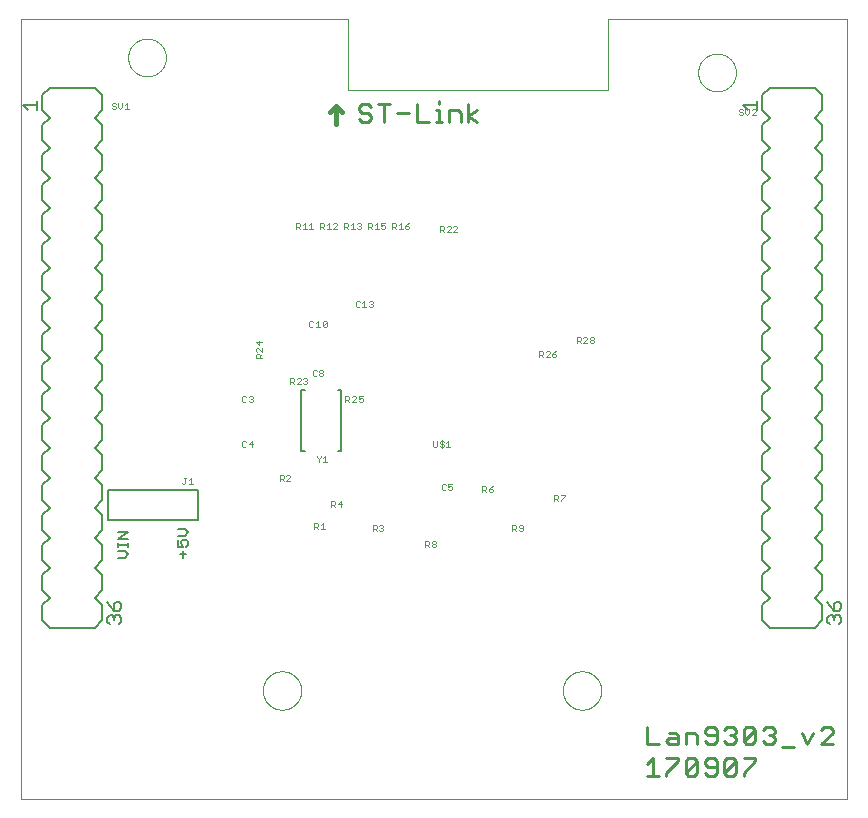
<source format=gto>
G75*
%MOIN*%
%OFA0B0*%
%FSLAX25Y25*%
%IPPOS*%
%LPD*%
%AMOC8*
5,1,8,0,0,1.08239X$1,22.5*
%
%ADD10C,0.00000*%
%ADD11C,0.01100*%
%ADD12C,0.00600*%
%ADD13C,0.01600*%
%ADD14C,0.00400*%
%ADD15C,0.00500*%
%ADD16C,0.00800*%
D10*
X0010074Y0008163D02*
X0010074Y0268006D01*
X0119129Y0268006D01*
X0119129Y0244384D01*
X0205743Y0244384D01*
X0205743Y0268006D01*
X0285665Y0268006D01*
X0285665Y0008163D01*
X0010074Y0008163D01*
X0090802Y0044163D02*
X0090804Y0044323D01*
X0090810Y0044482D01*
X0090820Y0044641D01*
X0090834Y0044800D01*
X0090852Y0044959D01*
X0090873Y0045117D01*
X0090899Y0045274D01*
X0090929Y0045431D01*
X0090962Y0045587D01*
X0091000Y0045742D01*
X0091041Y0045896D01*
X0091086Y0046049D01*
X0091135Y0046201D01*
X0091188Y0046351D01*
X0091244Y0046500D01*
X0091304Y0046648D01*
X0091368Y0046794D01*
X0091436Y0046939D01*
X0091507Y0047082D01*
X0091581Y0047223D01*
X0091659Y0047362D01*
X0091741Y0047499D01*
X0091826Y0047634D01*
X0091914Y0047767D01*
X0092005Y0047898D01*
X0092100Y0048026D01*
X0092198Y0048152D01*
X0092299Y0048276D01*
X0092403Y0048396D01*
X0092510Y0048515D01*
X0092620Y0048630D01*
X0092733Y0048743D01*
X0092848Y0048853D01*
X0092967Y0048960D01*
X0093087Y0049064D01*
X0093211Y0049165D01*
X0093337Y0049263D01*
X0093465Y0049358D01*
X0093596Y0049449D01*
X0093729Y0049537D01*
X0093864Y0049622D01*
X0094001Y0049704D01*
X0094140Y0049782D01*
X0094281Y0049856D01*
X0094424Y0049927D01*
X0094569Y0049995D01*
X0094715Y0050059D01*
X0094863Y0050119D01*
X0095012Y0050175D01*
X0095162Y0050228D01*
X0095314Y0050277D01*
X0095467Y0050322D01*
X0095621Y0050363D01*
X0095776Y0050401D01*
X0095932Y0050434D01*
X0096089Y0050464D01*
X0096246Y0050490D01*
X0096404Y0050511D01*
X0096563Y0050529D01*
X0096722Y0050543D01*
X0096881Y0050553D01*
X0097040Y0050559D01*
X0097200Y0050561D01*
X0097360Y0050559D01*
X0097519Y0050553D01*
X0097678Y0050543D01*
X0097837Y0050529D01*
X0097996Y0050511D01*
X0098154Y0050490D01*
X0098311Y0050464D01*
X0098468Y0050434D01*
X0098624Y0050401D01*
X0098779Y0050363D01*
X0098933Y0050322D01*
X0099086Y0050277D01*
X0099238Y0050228D01*
X0099388Y0050175D01*
X0099537Y0050119D01*
X0099685Y0050059D01*
X0099831Y0049995D01*
X0099976Y0049927D01*
X0100119Y0049856D01*
X0100260Y0049782D01*
X0100399Y0049704D01*
X0100536Y0049622D01*
X0100671Y0049537D01*
X0100804Y0049449D01*
X0100935Y0049358D01*
X0101063Y0049263D01*
X0101189Y0049165D01*
X0101313Y0049064D01*
X0101433Y0048960D01*
X0101552Y0048853D01*
X0101667Y0048743D01*
X0101780Y0048630D01*
X0101890Y0048515D01*
X0101997Y0048396D01*
X0102101Y0048276D01*
X0102202Y0048152D01*
X0102300Y0048026D01*
X0102395Y0047898D01*
X0102486Y0047767D01*
X0102574Y0047634D01*
X0102659Y0047499D01*
X0102741Y0047362D01*
X0102819Y0047223D01*
X0102893Y0047082D01*
X0102964Y0046939D01*
X0103032Y0046794D01*
X0103096Y0046648D01*
X0103156Y0046500D01*
X0103212Y0046351D01*
X0103265Y0046201D01*
X0103314Y0046049D01*
X0103359Y0045896D01*
X0103400Y0045742D01*
X0103438Y0045587D01*
X0103471Y0045431D01*
X0103501Y0045274D01*
X0103527Y0045117D01*
X0103548Y0044959D01*
X0103566Y0044800D01*
X0103580Y0044641D01*
X0103590Y0044482D01*
X0103596Y0044323D01*
X0103598Y0044163D01*
X0103596Y0044003D01*
X0103590Y0043844D01*
X0103580Y0043685D01*
X0103566Y0043526D01*
X0103548Y0043367D01*
X0103527Y0043209D01*
X0103501Y0043052D01*
X0103471Y0042895D01*
X0103438Y0042739D01*
X0103400Y0042584D01*
X0103359Y0042430D01*
X0103314Y0042277D01*
X0103265Y0042125D01*
X0103212Y0041975D01*
X0103156Y0041826D01*
X0103096Y0041678D01*
X0103032Y0041532D01*
X0102964Y0041387D01*
X0102893Y0041244D01*
X0102819Y0041103D01*
X0102741Y0040964D01*
X0102659Y0040827D01*
X0102574Y0040692D01*
X0102486Y0040559D01*
X0102395Y0040428D01*
X0102300Y0040300D01*
X0102202Y0040174D01*
X0102101Y0040050D01*
X0101997Y0039930D01*
X0101890Y0039811D01*
X0101780Y0039696D01*
X0101667Y0039583D01*
X0101552Y0039473D01*
X0101433Y0039366D01*
X0101313Y0039262D01*
X0101189Y0039161D01*
X0101063Y0039063D01*
X0100935Y0038968D01*
X0100804Y0038877D01*
X0100671Y0038789D01*
X0100536Y0038704D01*
X0100399Y0038622D01*
X0100260Y0038544D01*
X0100119Y0038470D01*
X0099976Y0038399D01*
X0099831Y0038331D01*
X0099685Y0038267D01*
X0099537Y0038207D01*
X0099388Y0038151D01*
X0099238Y0038098D01*
X0099086Y0038049D01*
X0098933Y0038004D01*
X0098779Y0037963D01*
X0098624Y0037925D01*
X0098468Y0037892D01*
X0098311Y0037862D01*
X0098154Y0037836D01*
X0097996Y0037815D01*
X0097837Y0037797D01*
X0097678Y0037783D01*
X0097519Y0037773D01*
X0097360Y0037767D01*
X0097200Y0037765D01*
X0097040Y0037767D01*
X0096881Y0037773D01*
X0096722Y0037783D01*
X0096563Y0037797D01*
X0096404Y0037815D01*
X0096246Y0037836D01*
X0096089Y0037862D01*
X0095932Y0037892D01*
X0095776Y0037925D01*
X0095621Y0037963D01*
X0095467Y0038004D01*
X0095314Y0038049D01*
X0095162Y0038098D01*
X0095012Y0038151D01*
X0094863Y0038207D01*
X0094715Y0038267D01*
X0094569Y0038331D01*
X0094424Y0038399D01*
X0094281Y0038470D01*
X0094140Y0038544D01*
X0094001Y0038622D01*
X0093864Y0038704D01*
X0093729Y0038789D01*
X0093596Y0038877D01*
X0093465Y0038968D01*
X0093337Y0039063D01*
X0093211Y0039161D01*
X0093087Y0039262D01*
X0092967Y0039366D01*
X0092848Y0039473D01*
X0092733Y0039583D01*
X0092620Y0039696D01*
X0092510Y0039811D01*
X0092403Y0039930D01*
X0092299Y0040050D01*
X0092198Y0040174D01*
X0092100Y0040300D01*
X0092005Y0040428D01*
X0091914Y0040559D01*
X0091826Y0040692D01*
X0091741Y0040827D01*
X0091659Y0040964D01*
X0091581Y0041103D01*
X0091507Y0041244D01*
X0091436Y0041387D01*
X0091368Y0041532D01*
X0091304Y0041678D01*
X0091244Y0041826D01*
X0091188Y0041975D01*
X0091135Y0042125D01*
X0091086Y0042277D01*
X0091041Y0042430D01*
X0091000Y0042584D01*
X0090962Y0042739D01*
X0090929Y0042895D01*
X0090899Y0043052D01*
X0090873Y0043209D01*
X0090852Y0043367D01*
X0090834Y0043526D01*
X0090820Y0043685D01*
X0090810Y0043844D01*
X0090804Y0044003D01*
X0090802Y0044163D01*
X0190802Y0044163D02*
X0190804Y0044323D01*
X0190810Y0044482D01*
X0190820Y0044641D01*
X0190834Y0044800D01*
X0190852Y0044959D01*
X0190873Y0045117D01*
X0190899Y0045274D01*
X0190929Y0045431D01*
X0190962Y0045587D01*
X0191000Y0045742D01*
X0191041Y0045896D01*
X0191086Y0046049D01*
X0191135Y0046201D01*
X0191188Y0046351D01*
X0191244Y0046500D01*
X0191304Y0046648D01*
X0191368Y0046794D01*
X0191436Y0046939D01*
X0191507Y0047082D01*
X0191581Y0047223D01*
X0191659Y0047362D01*
X0191741Y0047499D01*
X0191826Y0047634D01*
X0191914Y0047767D01*
X0192005Y0047898D01*
X0192100Y0048026D01*
X0192198Y0048152D01*
X0192299Y0048276D01*
X0192403Y0048396D01*
X0192510Y0048515D01*
X0192620Y0048630D01*
X0192733Y0048743D01*
X0192848Y0048853D01*
X0192967Y0048960D01*
X0193087Y0049064D01*
X0193211Y0049165D01*
X0193337Y0049263D01*
X0193465Y0049358D01*
X0193596Y0049449D01*
X0193729Y0049537D01*
X0193864Y0049622D01*
X0194001Y0049704D01*
X0194140Y0049782D01*
X0194281Y0049856D01*
X0194424Y0049927D01*
X0194569Y0049995D01*
X0194715Y0050059D01*
X0194863Y0050119D01*
X0195012Y0050175D01*
X0195162Y0050228D01*
X0195314Y0050277D01*
X0195467Y0050322D01*
X0195621Y0050363D01*
X0195776Y0050401D01*
X0195932Y0050434D01*
X0196089Y0050464D01*
X0196246Y0050490D01*
X0196404Y0050511D01*
X0196563Y0050529D01*
X0196722Y0050543D01*
X0196881Y0050553D01*
X0197040Y0050559D01*
X0197200Y0050561D01*
X0197360Y0050559D01*
X0197519Y0050553D01*
X0197678Y0050543D01*
X0197837Y0050529D01*
X0197996Y0050511D01*
X0198154Y0050490D01*
X0198311Y0050464D01*
X0198468Y0050434D01*
X0198624Y0050401D01*
X0198779Y0050363D01*
X0198933Y0050322D01*
X0199086Y0050277D01*
X0199238Y0050228D01*
X0199388Y0050175D01*
X0199537Y0050119D01*
X0199685Y0050059D01*
X0199831Y0049995D01*
X0199976Y0049927D01*
X0200119Y0049856D01*
X0200260Y0049782D01*
X0200399Y0049704D01*
X0200536Y0049622D01*
X0200671Y0049537D01*
X0200804Y0049449D01*
X0200935Y0049358D01*
X0201063Y0049263D01*
X0201189Y0049165D01*
X0201313Y0049064D01*
X0201433Y0048960D01*
X0201552Y0048853D01*
X0201667Y0048743D01*
X0201780Y0048630D01*
X0201890Y0048515D01*
X0201997Y0048396D01*
X0202101Y0048276D01*
X0202202Y0048152D01*
X0202300Y0048026D01*
X0202395Y0047898D01*
X0202486Y0047767D01*
X0202574Y0047634D01*
X0202659Y0047499D01*
X0202741Y0047362D01*
X0202819Y0047223D01*
X0202893Y0047082D01*
X0202964Y0046939D01*
X0203032Y0046794D01*
X0203096Y0046648D01*
X0203156Y0046500D01*
X0203212Y0046351D01*
X0203265Y0046201D01*
X0203314Y0046049D01*
X0203359Y0045896D01*
X0203400Y0045742D01*
X0203438Y0045587D01*
X0203471Y0045431D01*
X0203501Y0045274D01*
X0203527Y0045117D01*
X0203548Y0044959D01*
X0203566Y0044800D01*
X0203580Y0044641D01*
X0203590Y0044482D01*
X0203596Y0044323D01*
X0203598Y0044163D01*
X0203596Y0044003D01*
X0203590Y0043844D01*
X0203580Y0043685D01*
X0203566Y0043526D01*
X0203548Y0043367D01*
X0203527Y0043209D01*
X0203501Y0043052D01*
X0203471Y0042895D01*
X0203438Y0042739D01*
X0203400Y0042584D01*
X0203359Y0042430D01*
X0203314Y0042277D01*
X0203265Y0042125D01*
X0203212Y0041975D01*
X0203156Y0041826D01*
X0203096Y0041678D01*
X0203032Y0041532D01*
X0202964Y0041387D01*
X0202893Y0041244D01*
X0202819Y0041103D01*
X0202741Y0040964D01*
X0202659Y0040827D01*
X0202574Y0040692D01*
X0202486Y0040559D01*
X0202395Y0040428D01*
X0202300Y0040300D01*
X0202202Y0040174D01*
X0202101Y0040050D01*
X0201997Y0039930D01*
X0201890Y0039811D01*
X0201780Y0039696D01*
X0201667Y0039583D01*
X0201552Y0039473D01*
X0201433Y0039366D01*
X0201313Y0039262D01*
X0201189Y0039161D01*
X0201063Y0039063D01*
X0200935Y0038968D01*
X0200804Y0038877D01*
X0200671Y0038789D01*
X0200536Y0038704D01*
X0200399Y0038622D01*
X0200260Y0038544D01*
X0200119Y0038470D01*
X0199976Y0038399D01*
X0199831Y0038331D01*
X0199685Y0038267D01*
X0199537Y0038207D01*
X0199388Y0038151D01*
X0199238Y0038098D01*
X0199086Y0038049D01*
X0198933Y0038004D01*
X0198779Y0037963D01*
X0198624Y0037925D01*
X0198468Y0037892D01*
X0198311Y0037862D01*
X0198154Y0037836D01*
X0197996Y0037815D01*
X0197837Y0037797D01*
X0197678Y0037783D01*
X0197519Y0037773D01*
X0197360Y0037767D01*
X0197200Y0037765D01*
X0197040Y0037767D01*
X0196881Y0037773D01*
X0196722Y0037783D01*
X0196563Y0037797D01*
X0196404Y0037815D01*
X0196246Y0037836D01*
X0196089Y0037862D01*
X0195932Y0037892D01*
X0195776Y0037925D01*
X0195621Y0037963D01*
X0195467Y0038004D01*
X0195314Y0038049D01*
X0195162Y0038098D01*
X0195012Y0038151D01*
X0194863Y0038207D01*
X0194715Y0038267D01*
X0194569Y0038331D01*
X0194424Y0038399D01*
X0194281Y0038470D01*
X0194140Y0038544D01*
X0194001Y0038622D01*
X0193864Y0038704D01*
X0193729Y0038789D01*
X0193596Y0038877D01*
X0193465Y0038968D01*
X0193337Y0039063D01*
X0193211Y0039161D01*
X0193087Y0039262D01*
X0192967Y0039366D01*
X0192848Y0039473D01*
X0192733Y0039583D01*
X0192620Y0039696D01*
X0192510Y0039811D01*
X0192403Y0039930D01*
X0192299Y0040050D01*
X0192198Y0040174D01*
X0192100Y0040300D01*
X0192005Y0040428D01*
X0191914Y0040559D01*
X0191826Y0040692D01*
X0191741Y0040827D01*
X0191659Y0040964D01*
X0191581Y0041103D01*
X0191507Y0041244D01*
X0191436Y0041387D01*
X0191368Y0041532D01*
X0191304Y0041678D01*
X0191244Y0041826D01*
X0191188Y0041975D01*
X0191135Y0042125D01*
X0191086Y0042277D01*
X0191041Y0042430D01*
X0191000Y0042584D01*
X0190962Y0042739D01*
X0190929Y0042895D01*
X0190899Y0043052D01*
X0190873Y0043209D01*
X0190852Y0043367D01*
X0190834Y0043526D01*
X0190820Y0043685D01*
X0190810Y0043844D01*
X0190804Y0044003D01*
X0190802Y0044163D01*
X0235901Y0250163D02*
X0235903Y0250321D01*
X0235909Y0250479D01*
X0235919Y0250637D01*
X0235933Y0250795D01*
X0235951Y0250952D01*
X0235972Y0251109D01*
X0235998Y0251265D01*
X0236028Y0251421D01*
X0236061Y0251576D01*
X0236099Y0251729D01*
X0236140Y0251882D01*
X0236185Y0252034D01*
X0236234Y0252185D01*
X0236287Y0252334D01*
X0236343Y0252482D01*
X0236403Y0252628D01*
X0236467Y0252773D01*
X0236535Y0252916D01*
X0236606Y0253058D01*
X0236680Y0253198D01*
X0236758Y0253335D01*
X0236840Y0253471D01*
X0236924Y0253605D01*
X0237013Y0253736D01*
X0237104Y0253865D01*
X0237199Y0253992D01*
X0237296Y0254117D01*
X0237397Y0254239D01*
X0237501Y0254358D01*
X0237608Y0254475D01*
X0237718Y0254589D01*
X0237831Y0254700D01*
X0237946Y0254809D01*
X0238064Y0254914D01*
X0238185Y0255016D01*
X0238308Y0255116D01*
X0238434Y0255212D01*
X0238562Y0255305D01*
X0238692Y0255395D01*
X0238825Y0255481D01*
X0238960Y0255565D01*
X0239096Y0255644D01*
X0239235Y0255721D01*
X0239376Y0255793D01*
X0239518Y0255863D01*
X0239662Y0255928D01*
X0239808Y0255990D01*
X0239955Y0256048D01*
X0240104Y0256103D01*
X0240254Y0256154D01*
X0240405Y0256201D01*
X0240557Y0256244D01*
X0240710Y0256283D01*
X0240865Y0256319D01*
X0241020Y0256350D01*
X0241176Y0256378D01*
X0241332Y0256402D01*
X0241489Y0256422D01*
X0241647Y0256438D01*
X0241804Y0256450D01*
X0241963Y0256458D01*
X0242121Y0256462D01*
X0242279Y0256462D01*
X0242437Y0256458D01*
X0242596Y0256450D01*
X0242753Y0256438D01*
X0242911Y0256422D01*
X0243068Y0256402D01*
X0243224Y0256378D01*
X0243380Y0256350D01*
X0243535Y0256319D01*
X0243690Y0256283D01*
X0243843Y0256244D01*
X0243995Y0256201D01*
X0244146Y0256154D01*
X0244296Y0256103D01*
X0244445Y0256048D01*
X0244592Y0255990D01*
X0244738Y0255928D01*
X0244882Y0255863D01*
X0245024Y0255793D01*
X0245165Y0255721D01*
X0245304Y0255644D01*
X0245440Y0255565D01*
X0245575Y0255481D01*
X0245708Y0255395D01*
X0245838Y0255305D01*
X0245966Y0255212D01*
X0246092Y0255116D01*
X0246215Y0255016D01*
X0246336Y0254914D01*
X0246454Y0254809D01*
X0246569Y0254700D01*
X0246682Y0254589D01*
X0246792Y0254475D01*
X0246899Y0254358D01*
X0247003Y0254239D01*
X0247104Y0254117D01*
X0247201Y0253992D01*
X0247296Y0253865D01*
X0247387Y0253736D01*
X0247476Y0253605D01*
X0247560Y0253471D01*
X0247642Y0253335D01*
X0247720Y0253198D01*
X0247794Y0253058D01*
X0247865Y0252916D01*
X0247933Y0252773D01*
X0247997Y0252628D01*
X0248057Y0252482D01*
X0248113Y0252334D01*
X0248166Y0252185D01*
X0248215Y0252034D01*
X0248260Y0251882D01*
X0248301Y0251729D01*
X0248339Y0251576D01*
X0248372Y0251421D01*
X0248402Y0251265D01*
X0248428Y0251109D01*
X0248449Y0250952D01*
X0248467Y0250795D01*
X0248481Y0250637D01*
X0248491Y0250479D01*
X0248497Y0250321D01*
X0248499Y0250163D01*
X0248497Y0250005D01*
X0248491Y0249847D01*
X0248481Y0249689D01*
X0248467Y0249531D01*
X0248449Y0249374D01*
X0248428Y0249217D01*
X0248402Y0249061D01*
X0248372Y0248905D01*
X0248339Y0248750D01*
X0248301Y0248597D01*
X0248260Y0248444D01*
X0248215Y0248292D01*
X0248166Y0248141D01*
X0248113Y0247992D01*
X0248057Y0247844D01*
X0247997Y0247698D01*
X0247933Y0247553D01*
X0247865Y0247410D01*
X0247794Y0247268D01*
X0247720Y0247128D01*
X0247642Y0246991D01*
X0247560Y0246855D01*
X0247476Y0246721D01*
X0247387Y0246590D01*
X0247296Y0246461D01*
X0247201Y0246334D01*
X0247104Y0246209D01*
X0247003Y0246087D01*
X0246899Y0245968D01*
X0246792Y0245851D01*
X0246682Y0245737D01*
X0246569Y0245626D01*
X0246454Y0245517D01*
X0246336Y0245412D01*
X0246215Y0245310D01*
X0246092Y0245210D01*
X0245966Y0245114D01*
X0245838Y0245021D01*
X0245708Y0244931D01*
X0245575Y0244845D01*
X0245440Y0244761D01*
X0245304Y0244682D01*
X0245165Y0244605D01*
X0245024Y0244533D01*
X0244882Y0244463D01*
X0244738Y0244398D01*
X0244592Y0244336D01*
X0244445Y0244278D01*
X0244296Y0244223D01*
X0244146Y0244172D01*
X0243995Y0244125D01*
X0243843Y0244082D01*
X0243690Y0244043D01*
X0243535Y0244007D01*
X0243380Y0243976D01*
X0243224Y0243948D01*
X0243068Y0243924D01*
X0242911Y0243904D01*
X0242753Y0243888D01*
X0242596Y0243876D01*
X0242437Y0243868D01*
X0242279Y0243864D01*
X0242121Y0243864D01*
X0241963Y0243868D01*
X0241804Y0243876D01*
X0241647Y0243888D01*
X0241489Y0243904D01*
X0241332Y0243924D01*
X0241176Y0243948D01*
X0241020Y0243976D01*
X0240865Y0244007D01*
X0240710Y0244043D01*
X0240557Y0244082D01*
X0240405Y0244125D01*
X0240254Y0244172D01*
X0240104Y0244223D01*
X0239955Y0244278D01*
X0239808Y0244336D01*
X0239662Y0244398D01*
X0239518Y0244463D01*
X0239376Y0244533D01*
X0239235Y0244605D01*
X0239096Y0244682D01*
X0238960Y0244761D01*
X0238825Y0244845D01*
X0238692Y0244931D01*
X0238562Y0245021D01*
X0238434Y0245114D01*
X0238308Y0245210D01*
X0238185Y0245310D01*
X0238064Y0245412D01*
X0237946Y0245517D01*
X0237831Y0245626D01*
X0237718Y0245737D01*
X0237608Y0245851D01*
X0237501Y0245968D01*
X0237397Y0246087D01*
X0237296Y0246209D01*
X0237199Y0246334D01*
X0237104Y0246461D01*
X0237013Y0246590D01*
X0236924Y0246721D01*
X0236840Y0246855D01*
X0236758Y0246991D01*
X0236680Y0247128D01*
X0236606Y0247268D01*
X0236535Y0247410D01*
X0236467Y0247553D01*
X0236403Y0247698D01*
X0236343Y0247844D01*
X0236287Y0247992D01*
X0236234Y0248141D01*
X0236185Y0248292D01*
X0236140Y0248444D01*
X0236099Y0248597D01*
X0236061Y0248750D01*
X0236028Y0248905D01*
X0235998Y0249061D01*
X0235972Y0249217D01*
X0235951Y0249374D01*
X0235933Y0249531D01*
X0235919Y0249689D01*
X0235909Y0249847D01*
X0235903Y0250005D01*
X0235901Y0250163D01*
X0045901Y0255163D02*
X0045903Y0255321D01*
X0045909Y0255479D01*
X0045919Y0255637D01*
X0045933Y0255795D01*
X0045951Y0255952D01*
X0045972Y0256109D01*
X0045998Y0256265D01*
X0046028Y0256421D01*
X0046061Y0256576D01*
X0046099Y0256729D01*
X0046140Y0256882D01*
X0046185Y0257034D01*
X0046234Y0257185D01*
X0046287Y0257334D01*
X0046343Y0257482D01*
X0046403Y0257628D01*
X0046467Y0257773D01*
X0046535Y0257916D01*
X0046606Y0258058D01*
X0046680Y0258198D01*
X0046758Y0258335D01*
X0046840Y0258471D01*
X0046924Y0258605D01*
X0047013Y0258736D01*
X0047104Y0258865D01*
X0047199Y0258992D01*
X0047296Y0259117D01*
X0047397Y0259239D01*
X0047501Y0259358D01*
X0047608Y0259475D01*
X0047718Y0259589D01*
X0047831Y0259700D01*
X0047946Y0259809D01*
X0048064Y0259914D01*
X0048185Y0260016D01*
X0048308Y0260116D01*
X0048434Y0260212D01*
X0048562Y0260305D01*
X0048692Y0260395D01*
X0048825Y0260481D01*
X0048960Y0260565D01*
X0049096Y0260644D01*
X0049235Y0260721D01*
X0049376Y0260793D01*
X0049518Y0260863D01*
X0049662Y0260928D01*
X0049808Y0260990D01*
X0049955Y0261048D01*
X0050104Y0261103D01*
X0050254Y0261154D01*
X0050405Y0261201D01*
X0050557Y0261244D01*
X0050710Y0261283D01*
X0050865Y0261319D01*
X0051020Y0261350D01*
X0051176Y0261378D01*
X0051332Y0261402D01*
X0051489Y0261422D01*
X0051647Y0261438D01*
X0051804Y0261450D01*
X0051963Y0261458D01*
X0052121Y0261462D01*
X0052279Y0261462D01*
X0052437Y0261458D01*
X0052596Y0261450D01*
X0052753Y0261438D01*
X0052911Y0261422D01*
X0053068Y0261402D01*
X0053224Y0261378D01*
X0053380Y0261350D01*
X0053535Y0261319D01*
X0053690Y0261283D01*
X0053843Y0261244D01*
X0053995Y0261201D01*
X0054146Y0261154D01*
X0054296Y0261103D01*
X0054445Y0261048D01*
X0054592Y0260990D01*
X0054738Y0260928D01*
X0054882Y0260863D01*
X0055024Y0260793D01*
X0055165Y0260721D01*
X0055304Y0260644D01*
X0055440Y0260565D01*
X0055575Y0260481D01*
X0055708Y0260395D01*
X0055838Y0260305D01*
X0055966Y0260212D01*
X0056092Y0260116D01*
X0056215Y0260016D01*
X0056336Y0259914D01*
X0056454Y0259809D01*
X0056569Y0259700D01*
X0056682Y0259589D01*
X0056792Y0259475D01*
X0056899Y0259358D01*
X0057003Y0259239D01*
X0057104Y0259117D01*
X0057201Y0258992D01*
X0057296Y0258865D01*
X0057387Y0258736D01*
X0057476Y0258605D01*
X0057560Y0258471D01*
X0057642Y0258335D01*
X0057720Y0258198D01*
X0057794Y0258058D01*
X0057865Y0257916D01*
X0057933Y0257773D01*
X0057997Y0257628D01*
X0058057Y0257482D01*
X0058113Y0257334D01*
X0058166Y0257185D01*
X0058215Y0257034D01*
X0058260Y0256882D01*
X0058301Y0256729D01*
X0058339Y0256576D01*
X0058372Y0256421D01*
X0058402Y0256265D01*
X0058428Y0256109D01*
X0058449Y0255952D01*
X0058467Y0255795D01*
X0058481Y0255637D01*
X0058491Y0255479D01*
X0058497Y0255321D01*
X0058499Y0255163D01*
X0058497Y0255005D01*
X0058491Y0254847D01*
X0058481Y0254689D01*
X0058467Y0254531D01*
X0058449Y0254374D01*
X0058428Y0254217D01*
X0058402Y0254061D01*
X0058372Y0253905D01*
X0058339Y0253750D01*
X0058301Y0253597D01*
X0058260Y0253444D01*
X0058215Y0253292D01*
X0058166Y0253141D01*
X0058113Y0252992D01*
X0058057Y0252844D01*
X0057997Y0252698D01*
X0057933Y0252553D01*
X0057865Y0252410D01*
X0057794Y0252268D01*
X0057720Y0252128D01*
X0057642Y0251991D01*
X0057560Y0251855D01*
X0057476Y0251721D01*
X0057387Y0251590D01*
X0057296Y0251461D01*
X0057201Y0251334D01*
X0057104Y0251209D01*
X0057003Y0251087D01*
X0056899Y0250968D01*
X0056792Y0250851D01*
X0056682Y0250737D01*
X0056569Y0250626D01*
X0056454Y0250517D01*
X0056336Y0250412D01*
X0056215Y0250310D01*
X0056092Y0250210D01*
X0055966Y0250114D01*
X0055838Y0250021D01*
X0055708Y0249931D01*
X0055575Y0249845D01*
X0055440Y0249761D01*
X0055304Y0249682D01*
X0055165Y0249605D01*
X0055024Y0249533D01*
X0054882Y0249463D01*
X0054738Y0249398D01*
X0054592Y0249336D01*
X0054445Y0249278D01*
X0054296Y0249223D01*
X0054146Y0249172D01*
X0053995Y0249125D01*
X0053843Y0249082D01*
X0053690Y0249043D01*
X0053535Y0249007D01*
X0053380Y0248976D01*
X0053224Y0248948D01*
X0053068Y0248924D01*
X0052911Y0248904D01*
X0052753Y0248888D01*
X0052596Y0248876D01*
X0052437Y0248868D01*
X0052279Y0248864D01*
X0052121Y0248864D01*
X0051963Y0248868D01*
X0051804Y0248876D01*
X0051647Y0248888D01*
X0051489Y0248904D01*
X0051332Y0248924D01*
X0051176Y0248948D01*
X0051020Y0248976D01*
X0050865Y0249007D01*
X0050710Y0249043D01*
X0050557Y0249082D01*
X0050405Y0249125D01*
X0050254Y0249172D01*
X0050104Y0249223D01*
X0049955Y0249278D01*
X0049808Y0249336D01*
X0049662Y0249398D01*
X0049518Y0249463D01*
X0049376Y0249533D01*
X0049235Y0249605D01*
X0049096Y0249682D01*
X0048960Y0249761D01*
X0048825Y0249845D01*
X0048692Y0249931D01*
X0048562Y0250021D01*
X0048434Y0250114D01*
X0048308Y0250210D01*
X0048185Y0250310D01*
X0048064Y0250412D01*
X0047946Y0250517D01*
X0047831Y0250626D01*
X0047718Y0250737D01*
X0047608Y0250851D01*
X0047501Y0250968D01*
X0047397Y0251087D01*
X0047296Y0251209D01*
X0047199Y0251334D01*
X0047104Y0251461D01*
X0047013Y0251590D01*
X0046924Y0251721D01*
X0046840Y0251855D01*
X0046758Y0251991D01*
X0046680Y0252128D01*
X0046606Y0252268D01*
X0046535Y0252410D01*
X0046467Y0252553D01*
X0046403Y0252698D01*
X0046343Y0252844D01*
X0046287Y0252992D01*
X0046234Y0253141D01*
X0046185Y0253292D01*
X0046140Y0253444D01*
X0046099Y0253597D01*
X0046061Y0253750D01*
X0046028Y0253905D01*
X0045998Y0254061D01*
X0045972Y0254217D01*
X0045951Y0254374D01*
X0045933Y0254531D01*
X0045919Y0254689D01*
X0045909Y0254847D01*
X0045903Y0255005D01*
X0045901Y0255163D01*
D11*
X0122750Y0238634D02*
X0122750Y0237650D01*
X0123734Y0236666D01*
X0125703Y0236666D01*
X0126687Y0235682D01*
X0126687Y0234698D01*
X0125703Y0233713D01*
X0123734Y0233713D01*
X0122750Y0234698D01*
X0122750Y0238634D02*
X0123734Y0239618D01*
X0125703Y0239618D01*
X0126687Y0238634D01*
X0129195Y0239618D02*
X0133132Y0239618D01*
X0131164Y0239618D02*
X0131164Y0233713D01*
X0135641Y0236666D02*
X0139578Y0236666D01*
X0142086Y0239618D02*
X0142086Y0233713D01*
X0146023Y0233713D01*
X0148532Y0233713D02*
X0150500Y0233713D01*
X0149516Y0233713D02*
X0149516Y0237650D01*
X0148532Y0237650D01*
X0149516Y0239618D02*
X0149516Y0240603D01*
X0152829Y0237650D02*
X0152829Y0233713D01*
X0156766Y0233713D02*
X0156766Y0236666D01*
X0155782Y0237650D01*
X0152829Y0237650D01*
X0159274Y0235682D02*
X0162227Y0237650D01*
X0159274Y0235682D02*
X0162227Y0233713D01*
X0159274Y0233713D02*
X0159274Y0239618D01*
X0218795Y0032118D02*
X0218795Y0026213D01*
X0222732Y0026213D01*
X0225240Y0027198D02*
X0226225Y0028182D01*
X0229177Y0028182D01*
X0229177Y0029166D02*
X0229177Y0026213D01*
X0226225Y0026213D01*
X0225240Y0027198D01*
X0226225Y0030150D02*
X0228193Y0030150D01*
X0229177Y0029166D01*
X0231686Y0030150D02*
X0231686Y0026213D01*
X0235623Y0026213D02*
X0235623Y0029166D01*
X0234638Y0030150D01*
X0231686Y0030150D01*
X0238131Y0030150D02*
X0239116Y0029166D01*
X0242068Y0029166D01*
X0242068Y0027198D02*
X0242068Y0031134D01*
X0241084Y0032118D01*
X0239116Y0032118D01*
X0238131Y0031134D01*
X0238131Y0030150D01*
X0238131Y0027198D02*
X0239116Y0026213D01*
X0241084Y0026213D01*
X0242068Y0027198D01*
X0244577Y0027198D02*
X0245561Y0026213D01*
X0247529Y0026213D01*
X0248514Y0027198D01*
X0248514Y0028182D01*
X0247529Y0029166D01*
X0246545Y0029166D01*
X0247529Y0029166D02*
X0248514Y0030150D01*
X0248514Y0031134D01*
X0247529Y0032118D01*
X0245561Y0032118D01*
X0244577Y0031134D01*
X0251022Y0031134D02*
X0251022Y0027198D01*
X0254959Y0031134D01*
X0254959Y0027198D01*
X0253975Y0026213D01*
X0252007Y0026213D01*
X0251022Y0027198D01*
X0251022Y0031134D02*
X0252007Y0032118D01*
X0253975Y0032118D01*
X0254959Y0031134D01*
X0257468Y0031134D02*
X0258452Y0032118D01*
X0260420Y0032118D01*
X0261405Y0031134D01*
X0261405Y0030150D01*
X0260420Y0029166D01*
X0261405Y0028182D01*
X0261405Y0027198D01*
X0260420Y0026213D01*
X0258452Y0026213D01*
X0257468Y0027198D01*
X0259436Y0029166D02*
X0260420Y0029166D01*
X0263913Y0025229D02*
X0267850Y0025229D01*
X0272327Y0026213D02*
X0274296Y0030150D01*
X0276804Y0031134D02*
X0277789Y0032118D01*
X0279757Y0032118D01*
X0280741Y0031134D01*
X0280741Y0030150D01*
X0276804Y0026213D01*
X0280741Y0026213D01*
X0272327Y0026213D02*
X0270359Y0030150D01*
X0254959Y0021618D02*
X0254959Y0020634D01*
X0251022Y0016698D01*
X0251022Y0015713D01*
X0248514Y0016698D02*
X0247529Y0015713D01*
X0245561Y0015713D01*
X0244577Y0016698D01*
X0248514Y0020634D01*
X0248514Y0016698D01*
X0248514Y0020634D02*
X0247529Y0021618D01*
X0245561Y0021618D01*
X0244577Y0020634D01*
X0244577Y0016698D01*
X0242068Y0016698D02*
X0241084Y0015713D01*
X0239116Y0015713D01*
X0238131Y0016698D01*
X0239116Y0018666D02*
X0242068Y0018666D01*
X0242068Y0016698D02*
X0242068Y0020634D01*
X0241084Y0021618D01*
X0239116Y0021618D01*
X0238131Y0020634D01*
X0238131Y0019650D01*
X0239116Y0018666D01*
X0235623Y0020634D02*
X0231686Y0016698D01*
X0232670Y0015713D01*
X0234638Y0015713D01*
X0235623Y0016698D01*
X0235623Y0020634D01*
X0234638Y0021618D01*
X0232670Y0021618D01*
X0231686Y0020634D01*
X0231686Y0016698D01*
X0229177Y0020634D02*
X0225240Y0016698D01*
X0225240Y0015713D01*
X0222732Y0015713D02*
X0218795Y0015713D01*
X0220763Y0015713D02*
X0220763Y0021618D01*
X0218795Y0019650D01*
X0225240Y0021618D02*
X0229177Y0021618D01*
X0229177Y0020634D01*
X0251022Y0021618D02*
X0254959Y0021618D01*
D12*
X0259700Y0065163D02*
X0257200Y0067663D01*
X0257200Y0072663D01*
X0259700Y0075163D01*
X0257200Y0077663D01*
X0257200Y0082663D01*
X0259700Y0085163D01*
X0257200Y0087663D01*
X0257200Y0092663D01*
X0259700Y0095163D01*
X0257200Y0097663D01*
X0257200Y0102663D01*
X0259700Y0105163D01*
X0257200Y0107663D01*
X0257200Y0112663D01*
X0259700Y0115163D01*
X0257200Y0117663D01*
X0257200Y0122663D01*
X0259700Y0125163D01*
X0257200Y0127663D01*
X0257200Y0132663D01*
X0259700Y0135163D01*
X0257200Y0137663D01*
X0257200Y0142663D01*
X0259700Y0145163D01*
X0257200Y0147663D01*
X0257200Y0152663D01*
X0259700Y0155163D01*
X0257200Y0157663D01*
X0257200Y0162663D01*
X0259700Y0165163D01*
X0257200Y0167663D01*
X0257200Y0172663D01*
X0259700Y0175163D01*
X0257200Y0177663D01*
X0257200Y0182663D01*
X0259700Y0185163D01*
X0257200Y0187663D01*
X0257200Y0192663D01*
X0259700Y0195163D01*
X0257200Y0197663D01*
X0257200Y0202663D01*
X0259700Y0205163D01*
X0257200Y0207663D01*
X0257200Y0212663D01*
X0259700Y0215163D01*
X0257200Y0217663D01*
X0257200Y0222663D01*
X0259700Y0225163D01*
X0257200Y0227663D01*
X0257200Y0232663D01*
X0259700Y0235163D01*
X0257200Y0237663D01*
X0257200Y0242663D01*
X0259700Y0245163D01*
X0274700Y0245163D01*
X0277200Y0242663D01*
X0277200Y0237663D01*
X0274700Y0235163D01*
X0277200Y0232663D01*
X0277200Y0227663D01*
X0274700Y0225163D01*
X0277200Y0222663D01*
X0277200Y0217663D01*
X0274700Y0215163D01*
X0277200Y0212663D01*
X0277200Y0207663D01*
X0274700Y0205163D01*
X0277200Y0202663D01*
X0277200Y0197663D01*
X0274700Y0195163D01*
X0277200Y0192663D01*
X0277200Y0187663D01*
X0274700Y0185163D01*
X0277200Y0182663D01*
X0277200Y0177663D01*
X0274700Y0175163D01*
X0277200Y0172663D01*
X0277200Y0167663D01*
X0274700Y0165163D01*
X0277200Y0162663D01*
X0277200Y0157663D01*
X0274700Y0155163D01*
X0277200Y0152663D01*
X0277200Y0147663D01*
X0274700Y0145163D01*
X0277200Y0142663D01*
X0277200Y0137663D01*
X0274700Y0135163D01*
X0277200Y0132663D01*
X0277200Y0127663D01*
X0274700Y0125163D01*
X0277200Y0122663D01*
X0277200Y0117663D01*
X0274700Y0115163D01*
X0277200Y0112663D01*
X0277200Y0107663D01*
X0274700Y0105163D01*
X0277200Y0102663D01*
X0277200Y0097663D01*
X0274700Y0095163D01*
X0277200Y0092663D01*
X0277200Y0087663D01*
X0274700Y0085163D01*
X0277200Y0082663D01*
X0277200Y0077663D01*
X0274700Y0075163D01*
X0277200Y0072663D01*
X0277200Y0067663D01*
X0274700Y0065163D01*
X0259700Y0065163D01*
X0065900Y0092714D02*
X0065333Y0092147D01*
X0065900Y0092714D02*
X0065900Y0093848D01*
X0065333Y0094415D01*
X0064199Y0094415D01*
X0063631Y0093848D01*
X0063631Y0093281D01*
X0064199Y0092147D01*
X0062497Y0092147D01*
X0062497Y0094415D01*
X0062497Y0095830D02*
X0064766Y0095830D01*
X0065900Y0096964D01*
X0064766Y0098098D01*
X0062497Y0098098D01*
X0064199Y0090732D02*
X0064199Y0088463D01*
X0065333Y0089598D02*
X0063064Y0089598D01*
X0045900Y0089598D02*
X0044766Y0088463D01*
X0042497Y0088463D01*
X0042497Y0090732D02*
X0044766Y0090732D01*
X0045900Y0089598D01*
X0045900Y0092147D02*
X0045900Y0093281D01*
X0045900Y0092714D02*
X0042497Y0092714D01*
X0042497Y0092147D02*
X0042497Y0093281D01*
X0042497Y0094602D02*
X0045900Y0096871D01*
X0042497Y0096871D01*
X0042497Y0094602D02*
X0045900Y0094602D01*
X0037200Y0092663D02*
X0037200Y0087663D01*
X0034700Y0085163D01*
X0037200Y0082663D01*
X0037200Y0077663D01*
X0034700Y0075163D01*
X0037200Y0072663D01*
X0037200Y0067663D01*
X0034700Y0065163D01*
X0019700Y0065163D01*
X0017200Y0067663D01*
X0017200Y0072663D01*
X0019700Y0075163D01*
X0017200Y0077663D01*
X0017200Y0082663D01*
X0019700Y0085163D01*
X0017200Y0087663D01*
X0017200Y0092663D01*
X0019700Y0095163D01*
X0017200Y0097663D01*
X0017200Y0102663D01*
X0019700Y0105163D01*
X0017200Y0107663D01*
X0017200Y0112663D01*
X0019700Y0115163D01*
X0017200Y0117663D01*
X0017200Y0122663D01*
X0019700Y0125163D01*
X0017200Y0127663D01*
X0017200Y0132663D01*
X0019700Y0135163D01*
X0017200Y0137663D01*
X0017200Y0142663D01*
X0019700Y0145163D01*
X0017200Y0147663D01*
X0017200Y0152663D01*
X0019700Y0155163D01*
X0017200Y0157663D01*
X0017200Y0162663D01*
X0019700Y0165163D01*
X0017200Y0167663D01*
X0017200Y0172663D01*
X0019700Y0175163D01*
X0017200Y0177663D01*
X0017200Y0182663D01*
X0019700Y0185163D01*
X0017200Y0187663D01*
X0017200Y0192663D01*
X0019700Y0195163D01*
X0017200Y0197663D01*
X0017200Y0202663D01*
X0019700Y0205163D01*
X0017200Y0207663D01*
X0017200Y0212663D01*
X0019700Y0215163D01*
X0017200Y0217663D01*
X0017200Y0222663D01*
X0019700Y0225163D01*
X0017200Y0227663D01*
X0017200Y0232663D01*
X0019700Y0235163D01*
X0017200Y0237663D01*
X0017200Y0242663D01*
X0019700Y0245163D01*
X0034700Y0245163D01*
X0037200Y0242663D01*
X0037200Y0237663D01*
X0034700Y0235163D01*
X0037200Y0232663D01*
X0037200Y0227663D01*
X0034700Y0225163D01*
X0037200Y0222663D01*
X0037200Y0217663D01*
X0034700Y0215163D01*
X0037200Y0212663D01*
X0037200Y0207663D01*
X0034700Y0205163D01*
X0037200Y0202663D01*
X0037200Y0197663D01*
X0034700Y0195163D01*
X0037200Y0192663D01*
X0037200Y0187663D01*
X0034700Y0185163D01*
X0037200Y0182663D01*
X0037200Y0177663D01*
X0034700Y0175163D01*
X0037200Y0172663D01*
X0037200Y0167663D01*
X0034700Y0165163D01*
X0037200Y0162663D01*
X0037200Y0157663D01*
X0034700Y0155163D01*
X0037200Y0152663D01*
X0037200Y0147663D01*
X0034700Y0145163D01*
X0037200Y0142663D01*
X0037200Y0137663D01*
X0034700Y0135163D01*
X0037200Y0132663D01*
X0037200Y0127663D01*
X0034700Y0125163D01*
X0037200Y0122663D01*
X0037200Y0117663D01*
X0034700Y0115163D01*
X0037200Y0112663D01*
X0037200Y0107663D01*
X0034700Y0105163D01*
X0037200Y0102663D01*
X0037200Y0097663D01*
X0034700Y0095163D01*
X0037200Y0092663D01*
D13*
X0115200Y0233163D02*
X0115200Y0239163D01*
X0113200Y0237163D01*
X0115200Y0239163D02*
X0117200Y0237163D01*
D14*
X0117900Y0199865D02*
X0118901Y0199865D01*
X0119234Y0199531D01*
X0119234Y0198864D01*
X0118901Y0198531D01*
X0117900Y0198531D01*
X0118567Y0198531D02*
X0119234Y0197863D01*
X0120110Y0197863D02*
X0121444Y0197863D01*
X0120777Y0197863D02*
X0120777Y0199865D01*
X0120110Y0199198D01*
X0122320Y0199531D02*
X0122653Y0199865D01*
X0123321Y0199865D01*
X0123654Y0199531D01*
X0123654Y0199198D01*
X0123321Y0198864D01*
X0123654Y0198531D01*
X0123654Y0198197D01*
X0123321Y0197863D01*
X0122653Y0197863D01*
X0122320Y0198197D01*
X0122987Y0198864D02*
X0123321Y0198864D01*
X0125900Y0198531D02*
X0126901Y0198531D01*
X0127234Y0198864D01*
X0127234Y0199531D01*
X0126901Y0199865D01*
X0125900Y0199865D01*
X0125900Y0197863D01*
X0126567Y0198531D02*
X0127234Y0197863D01*
X0128110Y0197863D02*
X0129444Y0197863D01*
X0128777Y0197863D02*
X0128777Y0199865D01*
X0128110Y0199198D01*
X0130320Y0198864D02*
X0130987Y0199198D01*
X0131321Y0199198D01*
X0131654Y0198864D01*
X0131654Y0198197D01*
X0131321Y0197863D01*
X0130653Y0197863D01*
X0130320Y0198197D01*
X0130320Y0198864D02*
X0130320Y0199865D01*
X0131654Y0199865D01*
X0133900Y0199865D02*
X0134901Y0199865D01*
X0135234Y0199531D01*
X0135234Y0198864D01*
X0134901Y0198531D01*
X0133900Y0198531D01*
X0134567Y0198531D02*
X0135234Y0197863D01*
X0136110Y0197863D02*
X0137444Y0197863D01*
X0136777Y0197863D02*
X0136777Y0199865D01*
X0136110Y0199198D01*
X0138320Y0198864D02*
X0139321Y0198864D01*
X0139654Y0198531D01*
X0139654Y0198197D01*
X0139321Y0197863D01*
X0138653Y0197863D01*
X0138320Y0198197D01*
X0138320Y0198864D01*
X0138987Y0199531D01*
X0139654Y0199865D01*
X0133900Y0199865D02*
X0133900Y0197863D01*
X0117900Y0197863D02*
X0117900Y0199865D01*
X0115654Y0199531D02*
X0115321Y0199865D01*
X0114653Y0199865D01*
X0114320Y0199531D01*
X0115654Y0199531D02*
X0115654Y0199198D01*
X0114320Y0197863D01*
X0115654Y0197863D01*
X0113444Y0197863D02*
X0112110Y0197863D01*
X0112777Y0197863D02*
X0112777Y0199865D01*
X0112110Y0199198D01*
X0111234Y0199531D02*
X0111234Y0198864D01*
X0110901Y0198531D01*
X0109900Y0198531D01*
X0110567Y0198531D02*
X0111234Y0197863D01*
X0109900Y0197863D02*
X0109900Y0199865D01*
X0110901Y0199865D01*
X0111234Y0199531D01*
X0107654Y0197863D02*
X0106320Y0197863D01*
X0106987Y0197863D02*
X0106987Y0199865D01*
X0106320Y0199198D01*
X0105444Y0197863D02*
X0104110Y0197863D01*
X0104777Y0197863D02*
X0104777Y0199865D01*
X0104110Y0199198D01*
X0103234Y0199531D02*
X0103234Y0198864D01*
X0102901Y0198531D01*
X0101900Y0198531D01*
X0102567Y0198531D02*
X0103234Y0197863D01*
X0101900Y0197863D02*
X0101900Y0199865D01*
X0102901Y0199865D01*
X0103234Y0199531D01*
X0122104Y0173965D02*
X0121770Y0173631D01*
X0121770Y0172297D01*
X0122104Y0171963D01*
X0122771Y0171963D01*
X0123105Y0172297D01*
X0123980Y0171963D02*
X0125315Y0171963D01*
X0124647Y0171963D02*
X0124647Y0173965D01*
X0123980Y0173298D01*
X0123105Y0173631D02*
X0122771Y0173965D01*
X0122104Y0173965D01*
X0126190Y0173631D02*
X0126524Y0173965D01*
X0127191Y0173965D01*
X0127525Y0173631D01*
X0127525Y0173298D01*
X0127191Y0172964D01*
X0127525Y0172631D01*
X0127525Y0172297D01*
X0127191Y0171963D01*
X0126524Y0171963D01*
X0126190Y0172297D01*
X0126857Y0172964D02*
X0127191Y0172964D01*
X0112025Y0167131D02*
X0110690Y0165797D01*
X0111024Y0165463D01*
X0111691Y0165463D01*
X0112025Y0165797D01*
X0112025Y0167131D01*
X0111691Y0167465D01*
X0111024Y0167465D01*
X0110690Y0167131D01*
X0110690Y0165797D01*
X0109815Y0165463D02*
X0108480Y0165463D01*
X0109147Y0165463D02*
X0109147Y0167465D01*
X0108480Y0166798D01*
X0107605Y0167131D02*
X0107271Y0167465D01*
X0106604Y0167465D01*
X0106270Y0167131D01*
X0106270Y0165797D01*
X0106604Y0165463D01*
X0107271Y0165463D01*
X0107605Y0165797D01*
X0107734Y0150865D02*
X0107400Y0150531D01*
X0107400Y0149197D01*
X0107734Y0148863D01*
X0108401Y0148863D01*
X0108734Y0149197D01*
X0109610Y0149197D02*
X0109610Y0149531D01*
X0109943Y0149864D01*
X0110611Y0149864D01*
X0110944Y0149531D01*
X0110944Y0149197D01*
X0110611Y0148863D01*
X0109943Y0148863D01*
X0109610Y0149197D01*
X0109943Y0149864D02*
X0109610Y0150198D01*
X0109610Y0150531D01*
X0109943Y0150865D01*
X0110611Y0150865D01*
X0110944Y0150531D01*
X0110944Y0150198D01*
X0110611Y0149864D01*
X0108734Y0150531D02*
X0108401Y0150865D01*
X0107734Y0150865D01*
X0105321Y0148365D02*
X0105654Y0148031D01*
X0105654Y0147698D01*
X0105321Y0147364D01*
X0105654Y0147031D01*
X0105654Y0146697D01*
X0105321Y0146363D01*
X0104653Y0146363D01*
X0104320Y0146697D01*
X0103444Y0146363D02*
X0102110Y0146363D01*
X0103444Y0147698D01*
X0103444Y0148031D01*
X0103111Y0148365D01*
X0102443Y0148365D01*
X0102110Y0148031D01*
X0101234Y0148031D02*
X0101234Y0147364D01*
X0100901Y0147031D01*
X0099900Y0147031D01*
X0100567Y0147031D02*
X0101234Y0146363D01*
X0099900Y0146363D02*
X0099900Y0148365D01*
X0100901Y0148365D01*
X0101234Y0148031D01*
X0104320Y0148031D02*
X0104653Y0148365D01*
X0105321Y0148365D01*
X0105321Y0147364D02*
X0104987Y0147364D01*
X0118270Y0142465D02*
X0118270Y0140463D01*
X0118270Y0141131D02*
X0119271Y0141131D01*
X0119605Y0141464D01*
X0119605Y0142131D01*
X0119271Y0142465D01*
X0118270Y0142465D01*
X0118938Y0141131D02*
X0119605Y0140463D01*
X0120480Y0140463D02*
X0121815Y0141798D01*
X0121815Y0142131D01*
X0121481Y0142465D01*
X0120814Y0142465D01*
X0120480Y0142131D01*
X0120480Y0140463D02*
X0121815Y0140463D01*
X0122690Y0140797D02*
X0123024Y0140463D01*
X0123691Y0140463D01*
X0124025Y0140797D01*
X0124025Y0141464D01*
X0123691Y0141798D01*
X0123357Y0141798D01*
X0122690Y0141464D01*
X0122690Y0142465D01*
X0124025Y0142465D01*
X0111567Y0122259D02*
X0111567Y0120257D01*
X0110900Y0120257D02*
X0112234Y0120257D01*
X0110900Y0121592D02*
X0111567Y0122259D01*
X0110025Y0122259D02*
X0110025Y0121925D01*
X0109357Y0121258D01*
X0109357Y0120257D01*
X0109357Y0121258D02*
X0108690Y0121925D01*
X0108690Y0122259D01*
X0099944Y0115531D02*
X0099611Y0115865D01*
X0098943Y0115865D01*
X0098610Y0115531D01*
X0097734Y0115531D02*
X0097734Y0114864D01*
X0097401Y0114531D01*
X0096400Y0114531D01*
X0097067Y0114531D02*
X0097734Y0113863D01*
X0098610Y0113863D02*
X0099944Y0115198D01*
X0099944Y0115531D01*
X0099944Y0113863D02*
X0098610Y0113863D01*
X0097734Y0115531D02*
X0097401Y0115865D01*
X0096400Y0115865D01*
X0096400Y0113863D01*
X0087111Y0125363D02*
X0087111Y0127365D01*
X0086110Y0126364D01*
X0087444Y0126364D01*
X0085234Y0125697D02*
X0084901Y0125363D01*
X0084234Y0125363D01*
X0083900Y0125697D01*
X0083900Y0127031D01*
X0084234Y0127365D01*
X0084901Y0127365D01*
X0085234Y0127031D01*
X0084901Y0140363D02*
X0085234Y0140697D01*
X0084901Y0140363D02*
X0084234Y0140363D01*
X0083900Y0140697D01*
X0083900Y0142031D01*
X0084234Y0142365D01*
X0084901Y0142365D01*
X0085234Y0142031D01*
X0086110Y0142031D02*
X0086443Y0142365D01*
X0087111Y0142365D01*
X0087444Y0142031D01*
X0087444Y0141698D01*
X0087111Y0141364D01*
X0087444Y0141031D01*
X0087444Y0140697D01*
X0087111Y0140363D01*
X0086443Y0140363D01*
X0086110Y0140697D01*
X0086777Y0141364D02*
X0087111Y0141364D01*
X0088498Y0154863D02*
X0088498Y0155864D01*
X0088832Y0156198D01*
X0089499Y0156198D01*
X0089833Y0155864D01*
X0089833Y0154863D01*
X0090500Y0154863D02*
X0088498Y0154863D01*
X0089833Y0155531D02*
X0090500Y0156198D01*
X0090500Y0157073D02*
X0089166Y0158408D01*
X0088832Y0158408D01*
X0088498Y0158074D01*
X0088498Y0157407D01*
X0088832Y0157073D01*
X0090500Y0157073D02*
X0090500Y0158408D01*
X0089499Y0159283D02*
X0089499Y0160618D01*
X0088498Y0160284D02*
X0089499Y0159283D01*
X0090500Y0160284D02*
X0088498Y0160284D01*
X0066777Y0114865D02*
X0066777Y0112863D01*
X0066110Y0112863D02*
X0067444Y0112863D01*
X0066110Y0114198D02*
X0066777Y0114865D01*
X0065234Y0114865D02*
X0064567Y0114865D01*
X0064901Y0114865D02*
X0064901Y0113197D01*
X0064567Y0112863D01*
X0064234Y0112863D01*
X0063900Y0113197D01*
X0107900Y0099865D02*
X0108901Y0099865D01*
X0109234Y0099531D01*
X0109234Y0098864D01*
X0108901Y0098531D01*
X0107900Y0098531D01*
X0108567Y0098531D02*
X0109234Y0097863D01*
X0110110Y0097863D02*
X0111444Y0097863D01*
X0110777Y0097863D02*
X0110777Y0099865D01*
X0110110Y0099198D01*
X0107900Y0099865D02*
X0107900Y0097863D01*
X0113480Y0105463D02*
X0113480Y0107465D01*
X0114481Y0107465D01*
X0114815Y0107131D01*
X0114815Y0106464D01*
X0114481Y0106131D01*
X0113480Y0106131D01*
X0114147Y0106131D02*
X0114815Y0105463D01*
X0115690Y0106464D02*
X0117025Y0106464D01*
X0116691Y0105463D02*
X0116691Y0107465D01*
X0115690Y0106464D01*
X0127400Y0099365D02*
X0128401Y0099365D01*
X0128734Y0099031D01*
X0128734Y0098364D01*
X0128401Y0098031D01*
X0127400Y0098031D01*
X0128067Y0098031D02*
X0128734Y0097363D01*
X0129610Y0097697D02*
X0129943Y0097363D01*
X0130611Y0097363D01*
X0130944Y0097697D01*
X0130944Y0098031D01*
X0130611Y0098364D01*
X0130277Y0098364D01*
X0130611Y0098364D02*
X0130944Y0098698D01*
X0130944Y0099031D01*
X0130611Y0099365D01*
X0129943Y0099365D01*
X0129610Y0099031D01*
X0127400Y0099365D02*
X0127400Y0097363D01*
X0144980Y0093965D02*
X0145981Y0093965D01*
X0146315Y0093631D01*
X0146315Y0092964D01*
X0145981Y0092631D01*
X0144980Y0092631D01*
X0145647Y0092631D02*
X0146315Y0091963D01*
X0147190Y0092297D02*
X0147190Y0092631D01*
X0147524Y0092964D01*
X0148191Y0092964D01*
X0148525Y0092631D01*
X0148525Y0092297D01*
X0148191Y0091963D01*
X0147524Y0091963D01*
X0147190Y0092297D01*
X0147524Y0092964D02*
X0147190Y0093298D01*
X0147190Y0093631D01*
X0147524Y0093965D01*
X0148191Y0093965D01*
X0148525Y0093631D01*
X0148525Y0093298D01*
X0148191Y0092964D01*
X0144980Y0091963D02*
X0144980Y0093965D01*
X0163980Y0110463D02*
X0163980Y0112465D01*
X0164981Y0112465D01*
X0165315Y0112131D01*
X0165315Y0111464D01*
X0164981Y0111131D01*
X0163980Y0111131D01*
X0164647Y0111131D02*
X0165315Y0110463D01*
X0166190Y0110797D02*
X0166524Y0110463D01*
X0167191Y0110463D01*
X0167525Y0110797D01*
X0167525Y0111131D01*
X0167191Y0111464D01*
X0166190Y0111464D01*
X0166190Y0110797D01*
X0166190Y0111464D02*
X0166857Y0112131D01*
X0167525Y0112465D01*
X0153944Y0112865D02*
X0152610Y0112865D01*
X0152610Y0111864D01*
X0153277Y0112198D01*
X0153611Y0112198D01*
X0153944Y0111864D01*
X0153944Y0111197D01*
X0153611Y0110863D01*
X0152943Y0110863D01*
X0152610Y0111197D01*
X0151734Y0111197D02*
X0151401Y0110863D01*
X0150734Y0110863D01*
X0150400Y0111197D01*
X0150400Y0112531D01*
X0150734Y0112865D01*
X0151401Y0112865D01*
X0151734Y0112531D01*
X0150395Y0124913D02*
X0150395Y0127582D01*
X0150062Y0127249D02*
X0150729Y0127249D01*
X0151063Y0126915D01*
X0150729Y0126248D02*
X0150062Y0126248D01*
X0149728Y0126581D01*
X0149728Y0126915D01*
X0150062Y0127249D01*
X0150729Y0126248D02*
X0151063Y0125914D01*
X0151063Y0125580D01*
X0150729Y0125247D01*
X0150062Y0125247D01*
X0149728Y0125580D01*
X0148853Y0125580D02*
X0148853Y0127249D01*
X0147518Y0127249D02*
X0147518Y0125580D01*
X0147852Y0125247D01*
X0148519Y0125247D01*
X0148853Y0125580D01*
X0151938Y0125247D02*
X0153273Y0125247D01*
X0152605Y0125247D02*
X0152605Y0127249D01*
X0151938Y0126581D01*
X0173900Y0099365D02*
X0174901Y0099365D01*
X0175234Y0099031D01*
X0175234Y0098364D01*
X0174901Y0098031D01*
X0173900Y0098031D01*
X0174567Y0098031D02*
X0175234Y0097363D01*
X0176110Y0097697D02*
X0176443Y0097363D01*
X0177111Y0097363D01*
X0177444Y0097697D01*
X0177444Y0099031D01*
X0177111Y0099365D01*
X0176443Y0099365D01*
X0176110Y0099031D01*
X0176110Y0098698D01*
X0176443Y0098364D01*
X0177444Y0098364D01*
X0173900Y0097363D02*
X0173900Y0099365D01*
X0187900Y0107363D02*
X0187900Y0109365D01*
X0188901Y0109365D01*
X0189234Y0109031D01*
X0189234Y0108364D01*
X0188901Y0108031D01*
X0187900Y0108031D01*
X0188567Y0108031D02*
X0189234Y0107363D01*
X0190110Y0107363D02*
X0190110Y0107697D01*
X0191444Y0109031D01*
X0191444Y0109365D01*
X0190110Y0109365D01*
X0188321Y0155363D02*
X0187653Y0155363D01*
X0187320Y0155697D01*
X0187320Y0156364D01*
X0188321Y0156364D01*
X0188654Y0156031D01*
X0188654Y0155697D01*
X0188321Y0155363D01*
X0187320Y0156364D02*
X0187987Y0157031D01*
X0188654Y0157365D01*
X0186444Y0157031D02*
X0186444Y0156698D01*
X0185110Y0155363D01*
X0186444Y0155363D01*
X0186444Y0157031D02*
X0186111Y0157365D01*
X0185443Y0157365D01*
X0185110Y0157031D01*
X0184234Y0157031D02*
X0184234Y0156364D01*
X0183901Y0156031D01*
X0182900Y0156031D01*
X0183567Y0156031D02*
X0184234Y0155363D01*
X0182900Y0155363D02*
X0182900Y0157365D01*
X0183901Y0157365D01*
X0184234Y0157031D01*
X0195400Y0159863D02*
X0195400Y0161865D01*
X0196401Y0161865D01*
X0196734Y0161531D01*
X0196734Y0160864D01*
X0196401Y0160531D01*
X0195400Y0160531D01*
X0196067Y0160531D02*
X0196734Y0159863D01*
X0197610Y0159863D02*
X0198944Y0161198D01*
X0198944Y0161531D01*
X0198611Y0161865D01*
X0197943Y0161865D01*
X0197610Y0161531D01*
X0197610Y0159863D02*
X0198944Y0159863D01*
X0199820Y0160197D02*
X0199820Y0160531D01*
X0200153Y0160864D01*
X0200821Y0160864D01*
X0201154Y0160531D01*
X0201154Y0160197D01*
X0200821Y0159863D01*
X0200153Y0159863D01*
X0199820Y0160197D01*
X0200153Y0160864D02*
X0199820Y0161198D01*
X0199820Y0161531D01*
X0200153Y0161865D01*
X0200821Y0161865D01*
X0201154Y0161531D01*
X0201154Y0161198D01*
X0200821Y0160864D01*
X0155654Y0196863D02*
X0154320Y0196863D01*
X0155654Y0198198D01*
X0155654Y0198531D01*
X0155321Y0198865D01*
X0154653Y0198865D01*
X0154320Y0198531D01*
X0153444Y0198531D02*
X0153111Y0198865D01*
X0152443Y0198865D01*
X0152110Y0198531D01*
X0151234Y0198531D02*
X0151234Y0197864D01*
X0150901Y0197531D01*
X0149900Y0197531D01*
X0150567Y0197531D02*
X0151234Y0196863D01*
X0152110Y0196863D02*
X0153444Y0198198D01*
X0153444Y0198531D01*
X0153444Y0196863D02*
X0152110Y0196863D01*
X0151234Y0198531D02*
X0150901Y0198865D01*
X0149900Y0198865D01*
X0149900Y0196863D01*
X0249400Y0236197D02*
X0249734Y0235863D01*
X0250401Y0235863D01*
X0250734Y0236197D01*
X0250734Y0236531D01*
X0250401Y0236864D01*
X0249734Y0236864D01*
X0249400Y0237198D01*
X0249400Y0237531D01*
X0249734Y0237865D01*
X0250401Y0237865D01*
X0250734Y0237531D01*
X0251610Y0237865D02*
X0251610Y0236531D01*
X0252277Y0235863D01*
X0252944Y0236531D01*
X0252944Y0237865D01*
X0253820Y0237531D02*
X0254153Y0237865D01*
X0254821Y0237865D01*
X0255154Y0237531D01*
X0255154Y0237198D01*
X0253820Y0235863D01*
X0255154Y0235863D01*
X0046154Y0237863D02*
X0044820Y0237863D01*
X0045487Y0237863D02*
X0045487Y0239865D01*
X0044820Y0239198D01*
X0043944Y0238531D02*
X0043944Y0239865D01*
X0042610Y0239865D02*
X0042610Y0238531D01*
X0043277Y0237863D01*
X0043944Y0238531D01*
X0041734Y0238531D02*
X0041734Y0238197D01*
X0041401Y0237863D01*
X0040734Y0237863D01*
X0040400Y0238197D01*
X0040734Y0238864D02*
X0041401Y0238864D01*
X0041734Y0238531D01*
X0041734Y0239531D02*
X0041401Y0239865D01*
X0040734Y0239865D01*
X0040400Y0239531D01*
X0040400Y0239198D01*
X0040734Y0238864D01*
D15*
X0015450Y0239311D02*
X0010946Y0239311D01*
X0012447Y0237809D01*
X0015450Y0237809D02*
X0015450Y0240812D01*
X0039200Y0111163D02*
X0069200Y0111163D01*
X0069200Y0101163D01*
X0039200Y0101163D01*
X0039200Y0111163D01*
X0038946Y0073812D02*
X0039697Y0072311D01*
X0041198Y0070809D01*
X0041198Y0073061D01*
X0041949Y0073812D01*
X0042699Y0073812D01*
X0043450Y0073061D01*
X0043450Y0071560D01*
X0042699Y0070809D01*
X0041198Y0070809D01*
X0040447Y0069208D02*
X0041198Y0068457D01*
X0041949Y0069208D01*
X0042699Y0069208D01*
X0043450Y0068457D01*
X0043450Y0066956D01*
X0042699Y0066206D01*
X0041198Y0067707D02*
X0041198Y0068457D01*
X0040447Y0069208D02*
X0039697Y0069208D01*
X0038946Y0068457D01*
X0038946Y0066956D01*
X0039697Y0066206D01*
X0250946Y0239311D02*
X0255450Y0239311D01*
X0255450Y0240812D02*
X0255450Y0237809D01*
X0252447Y0237809D02*
X0250946Y0239311D01*
X0278946Y0073812D02*
X0279697Y0072311D01*
X0281198Y0070809D01*
X0281198Y0073061D01*
X0281949Y0073812D01*
X0282699Y0073812D01*
X0283450Y0073061D01*
X0283450Y0071560D01*
X0282699Y0070809D01*
X0281198Y0070809D01*
X0280447Y0069208D02*
X0281198Y0068457D01*
X0281949Y0069208D01*
X0282699Y0069208D01*
X0283450Y0068457D01*
X0283450Y0066956D01*
X0282699Y0066206D01*
X0281198Y0067707D02*
X0281198Y0068457D01*
X0280447Y0069208D02*
X0279697Y0069208D01*
X0278946Y0068457D01*
X0278946Y0066956D01*
X0279697Y0066206D01*
D16*
X0116893Y0123927D02*
X0115712Y0123927D01*
X0116893Y0123927D02*
X0116893Y0144400D01*
X0115712Y0144400D01*
X0104688Y0144400D02*
X0103507Y0144400D01*
X0103507Y0123927D01*
X0104688Y0123927D01*
M02*

</source>
